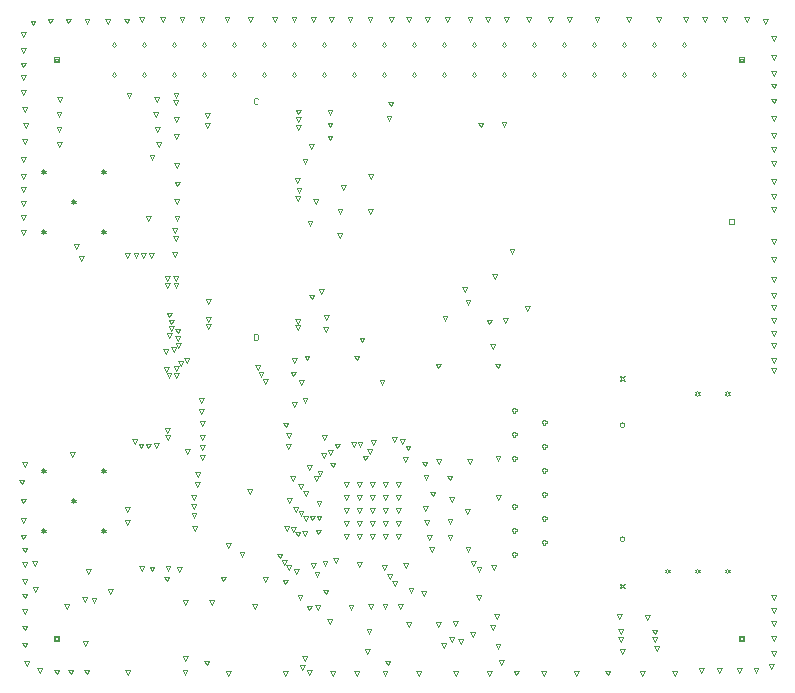
<source format=gbr>
G04*
G04 #@! TF.GenerationSoftware,Altium Limited,Altium Designer,24.1.2 (44)*
G04*
G04 Layer_Color=2752767*
%FSLAX25Y25*%
%MOIN*%
G70*
G04*
G04 #@! TF.SameCoordinates,59DD8EBB-DCD7-4209-94D2-A0ED0100978B*
G04*
G04*
G04 #@! TF.FilePolarity,Positive*
G04*
G01*
G75*
%ADD146C,0.00200*%
%ADD150C,0.00267*%
D146*
X4109Y-195297D02*
X4909Y-194497D01*
X5709Y-195297D01*
X4909Y-196097D01*
X4109Y-195297D01*
X14109D02*
X14909Y-194497D01*
X15709Y-195297D01*
X14909Y-196097D01*
X14109Y-195297D01*
X24109D02*
X24909Y-194497D01*
X25709Y-195297D01*
X24909Y-196097D01*
X24109Y-195297D01*
X34109D02*
X34909Y-194497D01*
X35709Y-195297D01*
X34909Y-196097D01*
X34109Y-195297D01*
X44109D02*
X44909Y-194497D01*
X45709Y-195297D01*
X44909Y-196097D01*
X44109Y-195297D01*
X54109D02*
X54909Y-194497D01*
X55709Y-195297D01*
X54909Y-196097D01*
X54109Y-195297D01*
X64109D02*
X64909Y-194497D01*
X65709Y-195297D01*
X64909Y-196097D01*
X64109Y-195297D01*
X74109D02*
X74909Y-194497D01*
X75709Y-195297D01*
X74909Y-196097D01*
X74109Y-195297D01*
X84109D02*
X84909Y-194497D01*
X85709Y-195297D01*
X84909Y-196097D01*
X84109Y-195297D01*
X94109D02*
X94909Y-194497D01*
X95709Y-195297D01*
X94909Y-196097D01*
X94109Y-195297D01*
X104109D02*
X104909Y-194497D01*
X105709Y-195297D01*
X104909Y-196097D01*
X104109Y-195297D01*
X114109D02*
X114909Y-194497D01*
X115709Y-195297D01*
X114909Y-196097D01*
X114109Y-195297D01*
X124109D02*
X124909Y-194497D01*
X125709Y-195297D01*
X124909Y-196097D01*
X124109Y-195297D01*
X134109D02*
X134909Y-194497D01*
X135709Y-195297D01*
X134909Y-196097D01*
X134109Y-195297D01*
X144109D02*
X144909Y-194497D01*
X145709Y-195297D01*
X144909Y-196097D01*
X144109Y-195297D01*
X154109D02*
X154909Y-194497D01*
X155709Y-195297D01*
X154909Y-196097D01*
X154109Y-195297D01*
X164109D02*
X164909Y-194497D01*
X165709Y-195297D01*
X164909Y-196097D01*
X164109Y-195297D01*
X174109D02*
X174909Y-194497D01*
X175709Y-195297D01*
X174909Y-196097D01*
X174109Y-195297D01*
X184109D02*
X184909Y-194497D01*
X185709Y-195297D01*
X184909Y-196097D01*
X184109Y-195297D01*
X194109D02*
X194909Y-194497D01*
X195709Y-195297D01*
X194909Y-196097D01*
X194109Y-195297D01*
X4109Y-185297D02*
X4909Y-184497D01*
X5709Y-185297D01*
X4909Y-186097D01*
X4109Y-185297D01*
X14109D02*
X14909Y-184497D01*
X15709Y-185297D01*
X14909Y-186097D01*
X14109Y-185297D01*
X24109D02*
X24909Y-184497D01*
X25709Y-185297D01*
X24909Y-186097D01*
X24109Y-185297D01*
X34109D02*
X34909Y-184497D01*
X35709Y-185297D01*
X34909Y-186097D01*
X34109Y-185297D01*
X44109D02*
X44909Y-184497D01*
X45709Y-185297D01*
X44909Y-186097D01*
X44109Y-185297D01*
X54109D02*
X54909Y-184497D01*
X55709Y-185297D01*
X54909Y-186097D01*
X54109Y-185297D01*
X64109D02*
X64909Y-184497D01*
X65709Y-185297D01*
X64909Y-186097D01*
X64109Y-185297D01*
X74109D02*
X74909Y-184497D01*
X75709Y-185297D01*
X74909Y-186097D01*
X74109Y-185297D01*
X84109D02*
X84909Y-184497D01*
X85709Y-185297D01*
X84909Y-186097D01*
X84109Y-185297D01*
X94109D02*
X94909Y-184497D01*
X95709Y-185297D01*
X94909Y-186097D01*
X94109Y-185297D01*
X104109D02*
X104909Y-184497D01*
X105709Y-185297D01*
X104909Y-186097D01*
X104109Y-185297D01*
X114109D02*
X114909Y-184497D01*
X115709Y-185297D01*
X114909Y-186097D01*
X114109Y-185297D01*
X124109D02*
X124909Y-184497D01*
X125709Y-185297D01*
X124909Y-186097D01*
X124109Y-185297D01*
X134109D02*
X134909Y-184497D01*
X135709Y-185297D01*
X134909Y-186097D01*
X134109Y-185297D01*
X144109D02*
X144909Y-184497D01*
X145709Y-185297D01*
X144909Y-186097D01*
X144109Y-185297D01*
X154109D02*
X154909Y-184497D01*
X155709Y-185297D01*
X154909Y-186097D01*
X154109Y-185297D01*
X164109D02*
X164909Y-184497D01*
X165709Y-185297D01*
X164909Y-186097D01*
X164109Y-185297D01*
X174109D02*
X174909Y-184497D01*
X175709Y-185297D01*
X174909Y-186097D01*
X174109Y-185297D01*
X184109D02*
X184909Y-184497D01*
X185709Y-185297D01*
X184909Y-186097D01*
X184109Y-185297D01*
X194109D02*
X194909Y-184497D01*
X195709Y-185297D01*
X194909Y-186097D01*
X194109Y-185297D01*
X137925Y-339442D02*
Y-339842D01*
X138725D01*
Y-339442D01*
X139125D01*
Y-338642D01*
X138725D01*
Y-338242D01*
X137925D01*
Y-338642D01*
X137525D01*
Y-339442D01*
X137925D01*
X147925Y-351442D02*
Y-351842D01*
X148725D01*
Y-351442D01*
X149125D01*
Y-350642D01*
X148725D01*
Y-350242D01*
X147925D01*
Y-350642D01*
X147525D01*
Y-351442D01*
X147925D01*
Y-343442D02*
Y-343842D01*
X148725D01*
Y-343442D01*
X149125D01*
Y-342642D01*
X148725D01*
Y-342242D01*
X147925D01*
Y-342642D01*
X147525D01*
Y-343442D01*
X147925D01*
Y-335442D02*
Y-335842D01*
X148725D01*
Y-335442D01*
X149125D01*
Y-334642D01*
X148725D01*
Y-334242D01*
X147925D01*
Y-334642D01*
X147525D01*
Y-335442D01*
X147925D01*
Y-327442D02*
Y-327842D01*
X148725D01*
Y-327442D01*
X149125D01*
Y-326642D01*
X148725D01*
Y-326242D01*
X147925D01*
Y-326642D01*
X147525D01*
Y-327442D01*
X147925D01*
Y-319442D02*
Y-319842D01*
X148725D01*
Y-319442D01*
X149125D01*
Y-318642D01*
X148725D01*
Y-318242D01*
X147925D01*
Y-318642D01*
X147525D01*
Y-319442D01*
X147925D01*
X137925Y-355442D02*
Y-355842D01*
X138725D01*
Y-355442D01*
X139125D01*
Y-354642D01*
X138725D01*
Y-354242D01*
X137925D01*
Y-354642D01*
X137525D01*
Y-355442D01*
X137925D01*
Y-347442D02*
Y-347842D01*
X138725D01*
Y-347442D01*
X139125D01*
Y-346642D01*
X138725D01*
Y-346242D01*
X137925D01*
Y-346642D01*
X137525D01*
Y-347442D01*
X137925D01*
Y-323442D02*
Y-323842D01*
X138725D01*
Y-323442D01*
X139125D01*
Y-322642D01*
X138725D01*
Y-322242D01*
X137925D01*
Y-322642D01*
X137525D01*
Y-323442D01*
X137925D01*
Y-315442D02*
Y-315842D01*
X138725D01*
Y-315442D01*
X139125D01*
Y-314642D01*
X138725D01*
Y-314242D01*
X137925D01*
Y-314642D01*
X137525D01*
Y-315442D01*
X137925D01*
X147925Y-311442D02*
Y-311842D01*
X148725D01*
Y-311442D01*
X149125D01*
Y-310642D01*
X148725D01*
Y-310242D01*
X147925D01*
Y-310642D01*
X147525D01*
Y-311442D01*
X147925D01*
X137925Y-307442D02*
Y-307842D01*
X138725D01*
Y-307442D01*
X139125D01*
Y-306642D01*
X138725D01*
Y-306242D01*
X137925D01*
Y-306642D01*
X137525D01*
Y-307442D01*
X137925D01*
X173525Y-297242D02*
X173925Y-296442D01*
X173525Y-295642D01*
X174325Y-296042D01*
X175125Y-295642D01*
X174725Y-296442D01*
X175125Y-297242D01*
X174325Y-296842D01*
X173525Y-297242D01*
Y-366442D02*
X173925Y-365642D01*
X173525Y-364842D01*
X174325Y-365242D01*
X175125Y-364842D01*
X174725Y-365642D01*
X175125Y-366442D01*
X174325Y-366042D01*
X173525Y-366442D01*
X209325Y-302242D02*
X209725Y-301842D01*
X210125D01*
X209725Y-301442D01*
X210125Y-301042D01*
X209725D01*
X209325Y-300642D01*
X208925Y-301042D01*
X208525D01*
X208925Y-301442D01*
X208525Y-301842D01*
X208925D01*
X209325Y-302242D01*
X199325D02*
X199725Y-301842D01*
X200125D01*
X199725Y-301442D01*
X200125Y-301042D01*
X199725D01*
X199325Y-300642D01*
X198925Y-301042D01*
X198525D01*
X198925Y-301442D01*
X198525Y-301842D01*
X198925D01*
X199325Y-302242D01*
Y-361442D02*
X199725Y-361042D01*
X200125D01*
X199725Y-360642D01*
X200125Y-360242D01*
X199725D01*
X199325Y-359842D01*
X198925Y-360242D01*
X198525D01*
X198925Y-360642D01*
X198525Y-361042D01*
X198925D01*
X199325Y-361442D01*
X209325D02*
X209725Y-361042D01*
X210125D01*
X209725Y-360642D01*
X210125Y-360242D01*
X209725D01*
X209325Y-359842D01*
X208925Y-360242D01*
X208525D01*
X208925Y-360642D01*
X208525Y-361042D01*
X208925D01*
X209325Y-361442D01*
X189325D02*
X189725Y-361042D01*
X190125D01*
X189725Y-360642D01*
X190125Y-360242D01*
X189725D01*
X189325Y-359842D01*
X188925Y-360242D01*
X188525D01*
X188925Y-360642D01*
X188525Y-361042D01*
X188925D01*
X189325Y-361442D01*
X1304Y-228421D02*
X1704Y-228021D01*
X2104D01*
X1704Y-227621D01*
X2104Y-227221D01*
X1704D01*
X1304Y-226821D01*
X904Y-227221D01*
X504D01*
X904Y-227621D01*
X504Y-228021D01*
X904D01*
X1304Y-228421D01*
Y-228021D02*
X1504Y-227821D01*
X1704D01*
X1504Y-227621D01*
X1704Y-227421D01*
X1504D01*
X1304Y-227221D01*
X1104Y-227421D01*
X904D01*
X1104Y-227621D01*
X904Y-227821D01*
X1104D01*
X1304Y-228021D01*
Y-248421D02*
X1704Y-248021D01*
X2104D01*
X1704Y-247621D01*
X2104Y-247221D01*
X1704D01*
X1304Y-246821D01*
X904Y-247221D01*
X504D01*
X904Y-247621D01*
X504Y-248021D01*
X904D01*
X1304Y-248421D01*
Y-248021D02*
X1504Y-247821D01*
X1704D01*
X1504Y-247621D01*
X1704Y-247421D01*
X1504D01*
X1304Y-247221D01*
X1104Y-247421D01*
X904D01*
X1104Y-247621D01*
X904Y-247821D01*
X1104D01*
X1304Y-248021D01*
X-18696Y-248421D02*
X-18296Y-248021D01*
X-17896D01*
X-18296Y-247621D01*
X-17896Y-247221D01*
X-18296D01*
X-18696Y-246821D01*
X-19096Y-247221D01*
X-19496D01*
X-19096Y-247621D01*
X-19496Y-248021D01*
X-19096D01*
X-18696Y-248421D01*
Y-248021D02*
X-18496Y-247821D01*
X-18296D01*
X-18496Y-247621D01*
X-18296Y-247421D01*
X-18496D01*
X-18696Y-247221D01*
X-18896Y-247421D01*
X-19096D01*
X-18896Y-247621D01*
X-19096Y-247821D01*
X-18896D01*
X-18696Y-248021D01*
Y-228421D02*
X-18296Y-228021D01*
X-17896D01*
X-18296Y-227621D01*
X-17896Y-227221D01*
X-18296D01*
X-18696Y-226821D01*
X-19096Y-227221D01*
X-19496D01*
X-19096Y-227621D01*
X-19496Y-228021D01*
X-19096D01*
X-18696Y-228421D01*
Y-228021D02*
X-18496Y-227821D01*
X-18296D01*
X-18496Y-227621D01*
X-18296Y-227421D01*
X-18496D01*
X-18696Y-227221D01*
X-18896Y-227421D01*
X-19096D01*
X-18896Y-227621D01*
X-19096Y-227821D01*
X-18896D01*
X-18696Y-228021D01*
X-8696Y-238421D02*
X-8296Y-238021D01*
X-7896D01*
X-8296Y-237621D01*
X-7896Y-237221D01*
X-8296D01*
X-8696Y-236821D01*
X-9096Y-237221D01*
X-9496D01*
X-9096Y-237621D01*
X-9496Y-238021D01*
X-9096D01*
X-8696Y-238421D01*
Y-238021D02*
X-8496Y-237821D01*
X-8296D01*
X-8496Y-237621D01*
X-8296Y-237421D01*
X-8496D01*
X-8696Y-237221D01*
X-8896Y-237421D01*
X-9096D01*
X-8896Y-237621D01*
X-9096Y-237821D01*
X-8896D01*
X-8696Y-238021D01*
X1304Y-328089D02*
X1704Y-327689D01*
X2104D01*
X1704Y-327289D01*
X2104Y-326889D01*
X1704D01*
X1304Y-326489D01*
X904Y-326889D01*
X504D01*
X904Y-327289D01*
X504Y-327689D01*
X904D01*
X1304Y-328089D01*
Y-327689D02*
X1504Y-327489D01*
X1704D01*
X1504Y-327289D01*
X1704Y-327089D01*
X1504D01*
X1304Y-326889D01*
X1104Y-327089D01*
X904D01*
X1104Y-327289D01*
X904Y-327489D01*
X1104D01*
X1304Y-327689D01*
Y-348089D02*
X1704Y-347689D01*
X2104D01*
X1704Y-347289D01*
X2104Y-346889D01*
X1704D01*
X1304Y-346489D01*
X904Y-346889D01*
X504D01*
X904Y-347289D01*
X504Y-347689D01*
X904D01*
X1304Y-348089D01*
Y-347689D02*
X1504Y-347489D01*
X1704D01*
X1504Y-347289D01*
X1704Y-347089D01*
X1504D01*
X1304Y-346889D01*
X1104Y-347089D01*
X904D01*
X1104Y-347289D01*
X904Y-347489D01*
X1104D01*
X1304Y-347689D01*
X-18696Y-348089D02*
X-18296Y-347689D01*
X-17896D01*
X-18296Y-347289D01*
X-17896Y-346889D01*
X-18296D01*
X-18696Y-346489D01*
X-19096Y-346889D01*
X-19496D01*
X-19096Y-347289D01*
X-19496Y-347689D01*
X-19096D01*
X-18696Y-348089D01*
Y-347689D02*
X-18496Y-347489D01*
X-18296D01*
X-18496Y-347289D01*
X-18296Y-347089D01*
X-18496D01*
X-18696Y-346889D01*
X-18896Y-347089D01*
X-19096D01*
X-18896Y-347289D01*
X-19096Y-347489D01*
X-18896D01*
X-18696Y-347689D01*
Y-328089D02*
X-18296Y-327689D01*
X-17896D01*
X-18296Y-327289D01*
X-17896Y-326889D01*
X-18296D01*
X-18696Y-326489D01*
X-19096Y-326889D01*
X-19496D01*
X-19096Y-327289D01*
X-19496Y-327689D01*
X-19096D01*
X-18696Y-328089D01*
Y-327689D02*
X-18496Y-327489D01*
X-18296D01*
X-18496Y-327289D01*
X-18296Y-327089D01*
X-18496D01*
X-18696Y-326889D01*
X-18896Y-327089D01*
X-19096D01*
X-18896Y-327289D01*
X-19096Y-327489D01*
X-18896D01*
X-18696Y-327689D01*
X-8696Y-338089D02*
X-8296Y-337689D01*
X-7896D01*
X-8296Y-337289D01*
X-7896Y-336889D01*
X-8296D01*
X-8696Y-336489D01*
X-9096Y-336889D01*
X-9496D01*
X-9096Y-337289D01*
X-9496Y-337689D01*
X-9096D01*
X-8696Y-338089D01*
Y-337689D02*
X-8496Y-337489D01*
X-8296D01*
X-8496Y-337289D01*
X-8296Y-337089D01*
X-8496D01*
X-8696Y-336889D01*
X-8896Y-337089D01*
X-9096D01*
X-8896Y-337289D01*
X-9096Y-337489D01*
X-8896D01*
X-8696Y-337689D01*
X213283Y-191097D02*
Y-189497D01*
X214883D01*
Y-191097D01*
X213283D01*
X213683Y-190697D02*
Y-189897D01*
X214483D01*
Y-190697D01*
X213683D01*
X-15064Y-191097D02*
Y-189497D01*
X-13464D01*
Y-191097D01*
X-15064D01*
X-14664Y-190697D02*
Y-189897D01*
X-13864D01*
Y-190697D01*
X-14664D01*
X213283Y-384010D02*
Y-382410D01*
X214883D01*
Y-384010D01*
X213283D01*
X213683Y-383610D02*
Y-382810D01*
X214483D01*
Y-383610D01*
X213683D01*
X-15064Y-384010D02*
Y-382410D01*
X-13464D01*
Y-384010D01*
X-15064D01*
X-14664Y-383610D02*
Y-382810D01*
X-13864D01*
Y-383610D01*
X-14664D01*
X210047Y-245064D02*
Y-243464D01*
X211647D01*
Y-245064D01*
X210047D01*
X53026Y-203227D02*
X52693Y-202894D01*
X52027D01*
X51694Y-203227D01*
Y-204560D01*
X52027Y-204893D01*
X52693D01*
X53026Y-204560D01*
X51694Y-281634D02*
Y-283634D01*
X52693D01*
X53026Y-283300D01*
Y-281967D01*
X52693Y-281634D01*
X51694D01*
X103166Y-379281D02*
X102366Y-377681D01*
X103966D01*
X103166Y-379281D01*
X-1752Y-371184D02*
X-2552Y-369584D01*
X-952D01*
X-1752Y-371184D01*
X22439Y-364140D02*
X21639Y-362540D01*
X23239D01*
X22439Y-364140D01*
X3688Y-368240D02*
X2888Y-366640D01*
X4488D01*
X3688Y-368240D01*
X41349Y-364140D02*
X40549Y-362540D01*
X42149D01*
X41349Y-364140D01*
X28605Y-372102D02*
X27805Y-370502D01*
X29405D01*
X28605Y-372102D01*
X37451D02*
X36651Y-370502D01*
X38251D01*
X37451Y-372102D01*
X-4898Y-371027D02*
X-5698Y-369427D01*
X-4098D01*
X-4898Y-371027D01*
X66917Y-370393D02*
X66117Y-368793D01*
X67717D01*
X66917Y-370393D01*
X76854Y-378273D02*
X76054Y-376673D01*
X77654D01*
X76854Y-378273D01*
X61942Y-395738D02*
X61142Y-394138D01*
X62742D01*
X61942Y-395738D01*
X-4661Y-385754D02*
X-5461Y-384154D01*
X-3861D01*
X-4661Y-385754D01*
X-10935Y-373272D02*
X-11735Y-371672D01*
X-10135D01*
X-10935Y-373272D01*
X28543Y-395349D02*
X27743Y-393749D01*
X29343D01*
X28543Y-395349D01*
X35845Y-392113D02*
X35045Y-390513D01*
X36645D01*
X35845Y-392113D01*
X67705Y-393621D02*
X66905Y-392021D01*
X68505D01*
X67705Y-393621D01*
X69969Y-395390D02*
X69169Y-393790D01*
X70770D01*
X69969Y-395390D01*
X51764Y-373327D02*
X50964Y-371727D01*
X52564D01*
X51764Y-373327D01*
X62054Y-365134D02*
X61254Y-363534D01*
X62854D01*
X62054Y-365134D01*
X70010Y-373806D02*
X69210Y-372206D01*
X70810D01*
X70010Y-373806D01*
X72823Y-373606D02*
X72023Y-372006D01*
X73623D01*
X72823Y-373606D01*
X117423Y-384347D02*
X116623Y-382747D01*
X118223D01*
X117423Y-384347D01*
X114776Y-386251D02*
X113976Y-384651D01*
X115576D01*
X114776Y-386251D01*
X90405Y-373350D02*
X89605Y-371750D01*
X91205D01*
X90405Y-373350D01*
X100324D02*
X99524Y-371750D01*
X101124D01*
X100324Y-373350D01*
X89879Y-381574D02*
X89079Y-379974D01*
X90679D01*
X89879Y-381574D01*
X120426Y-384863D02*
X119626Y-383263D01*
X121226D01*
X120426Y-384863D01*
X118684Y-378994D02*
X117884Y-377394D01*
X119484D01*
X118684Y-378994D01*
X89316Y-388176D02*
X88516Y-386576D01*
X90116D01*
X89316Y-388176D01*
X96168Y-392113D02*
X95368Y-390513D01*
X96968D01*
X96168Y-392113D01*
X134036Y-392017D02*
X133236Y-390417D01*
X134836D01*
X134036Y-392017D01*
X124718Y-358915D02*
X123918Y-357315D01*
X125518D01*
X124718Y-358915D01*
X126558Y-361017D02*
X125758Y-359417D01*
X127358D01*
X126558Y-361017D01*
X126396Y-370264D02*
X125596Y-368664D01*
X127196D01*
X126396Y-370264D01*
X131398Y-360303D02*
X130598Y-358703D01*
X132198D01*
X131398Y-360303D01*
X95211Y-373350D02*
X94411Y-371750D01*
X96012D01*
X95211Y-373350D01*
X83904Y-373668D02*
X83104Y-372068D01*
X84704D01*
X83904Y-373668D01*
X108091Y-368950D02*
X107291Y-367350D01*
X108891D01*
X108091Y-368950D01*
X132440Y-376510D02*
X131640Y-374910D01*
X133240D01*
X132440Y-376510D01*
X113039Y-379380D02*
X112239Y-377780D01*
X113839D01*
X113039Y-379380D01*
X98503Y-365622D02*
X97703Y-364022D01*
X99303D01*
X98503Y-365622D01*
X103887Y-367899D02*
X103087Y-366299D01*
X104687D01*
X103887Y-367899D01*
X224741Y-378895D02*
X223941Y-377295D01*
X225541D01*
X224741Y-378895D01*
Y-374595D02*
X223941Y-372995D01*
X225541D01*
X224741Y-374595D01*
Y-370387D02*
X223941Y-368787D01*
X225541D01*
X224741Y-370387D01*
Y-294733D02*
X223941Y-293133D01*
X225541D01*
X224741Y-294733D01*
Y-291305D02*
X223941Y-289705D01*
X225541D01*
X224741Y-291305D01*
Y-282433D02*
X223941Y-280833D01*
X225541D01*
X224741Y-282433D01*
Y-277938D02*
X223941Y-276338D01*
X225541D01*
X224741Y-277938D01*
Y-269707D02*
X223941Y-268107D01*
X225541D01*
X224741Y-269707D01*
Y-286233D02*
X223941Y-284633D01*
X225541D01*
X224741Y-286233D01*
Y-195629D02*
X223941Y-194029D01*
X225541D01*
X224741Y-195629D01*
Y-273682D02*
X223941Y-272082D01*
X225541D01*
X224741Y-273682D01*
Y-264186D02*
X223941Y-262586D01*
X225541D01*
X224741Y-264186D01*
Y-257753D02*
X223941Y-256153D01*
X225541D01*
X224741Y-257753D01*
Y-251696D02*
X223941Y-250096D01*
X225541D01*
X224741Y-251696D01*
Y-240957D02*
X223941Y-239357D01*
X225541D01*
X224741Y-240957D01*
Y-236562D02*
X223941Y-234962D01*
X225541D01*
X224741Y-236562D01*
Y-231650D02*
X223941Y-230050D01*
X225541D01*
X224741Y-231650D01*
Y-225764D02*
X223941Y-224164D01*
X225541D01*
X224741Y-225764D01*
Y-220906D02*
X223941Y-219306D01*
X225541D01*
X224741Y-220906D01*
Y-216307D02*
X223941Y-214707D01*
X225541D01*
X224741Y-216307D01*
Y-210615D02*
X223941Y-209015D01*
X225541D01*
X224741Y-210615D01*
Y-204808D02*
X223941Y-203208D01*
X225541D01*
X224741Y-204808D01*
Y-199816D02*
X223941Y-198216D01*
X225541D01*
X224741Y-199816D01*
X135663Y-177636D02*
X134863Y-176036D01*
X136463D01*
X135663Y-177636D01*
X14099Y-177632D02*
X13299Y-176032D01*
X14899D01*
X14099Y-177632D01*
X129486D02*
X128686Y-176032D01*
X130286D01*
X129486Y-177632D01*
X123529D02*
X122729Y-176032D01*
X124328D01*
X123529Y-177632D01*
X115959D02*
X115159Y-176032D01*
X116759D01*
X115959Y-177632D01*
X109381D02*
X108581Y-176032D01*
X110181D01*
X109381Y-177632D01*
X103129D02*
X102329Y-176032D01*
X103928D01*
X103129Y-177632D01*
X97291D02*
X96491Y-176032D01*
X98091D01*
X97291Y-177632D01*
X90198D02*
X89398Y-176032D01*
X90998D01*
X90198Y-177632D01*
X83584D02*
X82784Y-176032D01*
X84384D01*
X83584Y-177632D01*
X77370D02*
X76570Y-176032D01*
X78170D01*
X77370Y-177632D01*
X71318D02*
X70518Y-176032D01*
X72118D01*
X71318Y-177632D01*
X64872D02*
X64073Y-176032D01*
X65672D01*
X64872Y-177632D01*
X58460D02*
X57661Y-176032D01*
X59260D01*
X58460Y-177632D01*
X50344D02*
X49544Y-176032D01*
X51144D01*
X50344Y-177632D01*
X42545D02*
X41745Y-176032D01*
X43345D01*
X42545Y-177632D01*
X34220D02*
X33420Y-176032D01*
X35020D01*
X34220Y-177632D01*
X27529D02*
X26729Y-176032D01*
X28329D01*
X27529Y-177632D01*
X21072D02*
X20272Y-176032D01*
X21872D01*
X21072Y-177632D01*
X9159Y-178152D02*
X8359Y-176552D01*
X9959D01*
X9159Y-178152D01*
X2752Y-178282D02*
X1952Y-176682D01*
X3552D01*
X2752Y-178282D01*
X224741Y-190345D02*
X223941Y-188745D01*
X225541D01*
X224741Y-190345D01*
X221957Y-178286D02*
X221157Y-176686D01*
X222757D01*
X221957Y-178286D01*
X224741Y-183939D02*
X223941Y-182339D01*
X225541D01*
X224741Y-183939D01*
X215748Y-177636D02*
X214948Y-176036D01*
X216548D01*
X215748Y-177636D01*
X208515D02*
X207715Y-176036D01*
X209315D01*
X208515Y-177636D01*
X201800D02*
X201000Y-176036D01*
X202600D01*
X201800Y-177636D01*
X195461D02*
X194661Y-176036D01*
X196261D01*
X195461Y-177636D01*
X186436D02*
X185636Y-176036D01*
X187236D01*
X186436Y-177636D01*
X176427D02*
X175627Y-176036D01*
X177227D01*
X176427Y-177636D01*
X165898D02*
X165098Y-176036D01*
X166698D01*
X165898Y-177636D01*
X156656Y-177632D02*
X155856Y-176032D01*
X157456D01*
X156656Y-177632D01*
X150362Y-177636D02*
X149562Y-176036D01*
X151162D01*
X150362Y-177636D01*
X143177Y-177632D02*
X142377Y-176032D01*
X143977D01*
X143177Y-177632D01*
X-16385Y-178152D02*
X-17185Y-176552D01*
X-15585D01*
X-16385Y-178152D01*
X-25294Y-188008D02*
X-26094Y-186408D01*
X-24494D01*
X-25294Y-188008D01*
X-4076Y-178282D02*
X-4876Y-176682D01*
X-3276D01*
X-4076Y-178282D01*
X-10375Y-178152D02*
X-11175Y-176552D01*
X-9575D01*
X-10375Y-178152D01*
X-22138Y-178787D02*
X-22938Y-177187D01*
X-21338D01*
X-22138Y-178787D01*
X-25294Y-182622D02*
X-26094Y-181022D01*
X-24494D01*
X-25294Y-182622D01*
Y-192788D02*
X-26094Y-191188D01*
X-24494D01*
X-25294Y-192788D01*
Y-197097D02*
X-26094Y-195497D01*
X-24494D01*
X-25294Y-197097D01*
Y-202044D02*
X-26094Y-200444D01*
X-24494D01*
X-25294Y-202044D01*
X-24916Y-207647D02*
X-25716Y-206047D01*
X-24116D01*
X-24916Y-207647D01*
Y-218419D02*
X-25716Y-216819D01*
X-24116D01*
X-24916Y-218419D01*
X-25294Y-224394D02*
X-26094Y-222794D01*
X-24494D01*
X-25294Y-224394D01*
Y-229984D02*
X-26094Y-228384D01*
X-24494D01*
X-25294Y-229984D01*
X-25294Y-338141D02*
X-26094Y-336541D01*
X-24494D01*
X-25294Y-338141D01*
Y-344522D02*
X-26094Y-342922D01*
X-24494D01*
X-25294Y-344522D01*
Y-350129D02*
X-26094Y-348529D01*
X-24494D01*
X-25294Y-350129D01*
X-25893Y-331831D02*
X-26693Y-330231D01*
X-25093D01*
X-25893Y-331831D01*
X-25294Y-234385D02*
X-26094Y-232785D01*
X-24494D01*
X-25294Y-234385D01*
Y-238910D02*
X-26094Y-237310D01*
X-24494D01*
X-25294Y-238910D01*
Y-243686D02*
X-26094Y-242086D01*
X-24494D01*
X-25294Y-243686D01*
Y-248753D02*
X-26094Y-247153D01*
X-24494D01*
X-25294Y-248753D01*
X-21281Y-367710D02*
X-22081Y-366110D01*
X-20481D01*
X-21281Y-367710D01*
X-3720Y-361538D02*
X-4520Y-359938D01*
X-2920D01*
X-3720Y-361538D01*
X-24590Y-212977D02*
X-25390Y-211377D01*
X-23790D01*
X-24590Y-212977D01*
X-24916Y-325922D02*
X-25716Y-324322D01*
X-24116D01*
X-24916Y-325922D01*
Y-354490D02*
X-25716Y-352890D01*
X-24116D01*
X-24916Y-354490D01*
Y-359259D02*
X-25716Y-357659D01*
X-24116D01*
X-24916Y-359259D01*
Y-364933D02*
X-25716Y-363333D01*
X-24116D01*
X-24916Y-364933D01*
Y-369815D02*
X-25716Y-368215D01*
X-24116D01*
X-24916Y-369815D01*
Y-375073D02*
X-25716Y-373473D01*
X-24116D01*
X-24916Y-375073D01*
X-7714Y-253293D02*
X-8514Y-251693D01*
X-6914D01*
X-7714Y-253293D01*
X-5946Y-257268D02*
X-6746Y-255668D01*
X-5146D01*
X-5946Y-257268D01*
X-8955Y-322636D02*
X-9755Y-321036D01*
X-8155D01*
X-8955Y-322636D01*
X-21550Y-359019D02*
X-22350Y-357419D01*
X-20750D01*
X-21550Y-359019D01*
X-13405Y-219324D02*
X-14205Y-217724D01*
X-12605D01*
X-13405Y-219324D01*
X-13413Y-214324D02*
X-14213Y-212724D01*
X-12613D01*
X-13413Y-214324D01*
Y-209324D02*
X-14213Y-207724D01*
X-12613D01*
X-13413Y-209324D01*
X-13266Y-204324D02*
X-14066Y-202724D01*
X-12466D01*
X-13266Y-204324D01*
X191858Y-395615D02*
X191058Y-394015D01*
X192658D01*
X191858Y-395615D01*
X181042Y-395527D02*
X180242Y-393927D01*
X181842D01*
X181042Y-395527D01*
X169477Y-395483D02*
X168677Y-393883D01*
X170278D01*
X169477Y-395483D01*
X159057Y-395527D02*
X158257Y-393927D01*
X159857D01*
X159057Y-395527D01*
X148108Y-395615D02*
X147308Y-394015D01*
X148908D01*
X148108Y-395615D01*
X139051Y-395483D02*
X138251Y-393883D01*
X139851D01*
X139051Y-395483D01*
X130037Y-395738D02*
X129237Y-394138D01*
X130837D01*
X130037Y-395738D01*
X118807D02*
X118007Y-394138D01*
X119607D01*
X118807Y-395738D01*
X200657Y-394717D02*
X199857Y-393117D01*
X201457D01*
X200657Y-394717D01*
X206623D02*
X205822Y-393117D01*
X207422D01*
X206623Y-394717D01*
X106510Y-395738D02*
X105710Y-394138D01*
X107310D01*
X106510Y-395738D01*
X213345Y-394717D02*
X212544Y-393117D01*
X214144D01*
X213345Y-394717D01*
X218898D02*
X218098Y-393117D01*
X219698D01*
X218898Y-394717D01*
X223985Y-393425D02*
X223185Y-391825D01*
X224785D01*
X223985Y-393425D01*
X224741Y-389089D02*
X223941Y-387489D01*
X225541D01*
X224741Y-389089D01*
X224735Y-384010D02*
X223935Y-382410D01*
X225535D01*
X224735Y-384010D01*
X95209Y-395738D02*
X94409Y-394138D01*
X96009D01*
X95209Y-395738D01*
X85738D02*
X84939Y-394138D01*
X86538D01*
X85738Y-395738D01*
X77814D02*
X77014Y-394138D01*
X78614D01*
X77814Y-395738D01*
X-9529Y-395154D02*
X-10329Y-393554D01*
X-8730D01*
X-9529Y-395154D01*
X-4221D02*
X-5021Y-393554D01*
X-3421D01*
X-4221Y-395154D01*
X9509Y-395337D02*
X8709Y-393737D01*
X10309D01*
X9509Y-395337D01*
X43048Y-395738D02*
X42248Y-394138D01*
X43848D01*
X43048Y-395738D01*
X28697Y-390514D02*
X27897Y-388914D01*
X29497D01*
X28697Y-390514D01*
X185782Y-387192D02*
X184982Y-385592D01*
X186582D01*
X185782Y-387192D01*
X173777Y-384200D02*
X172977Y-382600D01*
X174577D01*
X173777Y-384200D01*
X174361Y-388352D02*
X173561Y-386753D01*
X175161D01*
X174361Y-388352D01*
X185074Y-381786D02*
X184274Y-380186D01*
X185874D01*
X185074Y-381786D01*
X173777Y-381510D02*
X172977Y-379910D01*
X174577D01*
X173777Y-381510D01*
X185102Y-384239D02*
X184302Y-382639D01*
X185902D01*
X185102Y-384239D01*
X131139Y-380195D02*
X130339Y-378595D01*
X131939D01*
X131139Y-380195D01*
X124459Y-382575D02*
X123659Y-380975D01*
X125259D01*
X124459Y-382575D01*
X132918Y-386510D02*
X132118Y-384910D01*
X133718D01*
X132918Y-386510D01*
X68432Y-390676D02*
X67632Y-389076D01*
X69232D01*
X68432Y-390676D01*
X-24916Y-380461D02*
X-25716Y-378861D01*
X-24116D01*
X-24916Y-380461D01*
X-24166Y-392290D02*
X-24966Y-390690D01*
X-23366D01*
X-24166Y-392290D01*
X-19832Y-394717D02*
X-20632Y-393117D01*
X-19032D01*
X-19832Y-394717D01*
X-14264Y-395154D02*
X-15064Y-393554D01*
X-13464D01*
X-14264Y-395154D01*
X-24916Y-386154D02*
X-25716Y-384554D01*
X-24116D01*
X-24916Y-386154D01*
X121828Y-267568D02*
X121028Y-265968D01*
X122628D01*
X121828Y-267568D01*
X94199Y-298739D02*
X93399Y-297139D01*
X94999D01*
X94199Y-298739D01*
X122907Y-272032D02*
X122107Y-270432D01*
X123707D01*
X122907Y-272032D01*
X115194Y-277252D02*
X114394Y-275652D01*
X115994D01*
X115194Y-277252D01*
X65956Y-231284D02*
X65156Y-229684D01*
X66756D01*
X65956Y-231284D01*
X66587Y-234625D02*
X65787Y-233025D01*
X67387D01*
X66587Y-234625D01*
X66172Y-237190D02*
X65373Y-235590D01*
X66973D01*
X66172Y-237190D01*
X70727Y-270138D02*
X69927Y-268538D01*
X71527D01*
X70727Y-270138D01*
X73999Y-268304D02*
X73199Y-266704D01*
X74799D01*
X73999Y-268304D01*
X17578Y-223728D02*
X16778Y-222128D01*
X18378D01*
X17578Y-223728D01*
X55362Y-364217D02*
X54562Y-362617D01*
X56162D01*
X55362Y-364217D01*
X73060Y-348483D02*
X72260Y-346883D01*
X73860D01*
X73060Y-348483D01*
X81275Y-233646D02*
X80475Y-232046D01*
X82075D01*
X81275Y-233646D01*
X142721Y-274104D02*
X141921Y-272504D01*
X143521D01*
X142721Y-274104D01*
X137559Y-254906D02*
X136759Y-253306D01*
X138359D01*
X137559Y-254906D01*
X79328Y-319799D02*
X78528Y-318199D01*
X80128D01*
X79328Y-319799D01*
X77017Y-321973D02*
X76217Y-320373D01*
X77817D01*
X77017Y-321973D01*
X87572Y-284449D02*
X86772Y-282849D01*
X88372D01*
X87572Y-284449D01*
X52845Y-293692D02*
X52045Y-292092D01*
X53645D01*
X52845Y-293692D01*
X64699Y-295813D02*
X63899Y-294213D01*
X65499D01*
X64699Y-295813D01*
X68807Y-343855D02*
X68007Y-342255D01*
X69607D01*
X68807Y-343855D01*
X67255Y-342437D02*
X66454Y-340837D01*
X68054D01*
X67255Y-342437D01*
X55362Y-298422D02*
X54562Y-296822D01*
X56162D01*
X55362Y-298422D01*
X53901Y-295899D02*
X53101Y-294299D01*
X54701D01*
X53901Y-295899D01*
X85760Y-290487D02*
X84960Y-288886D01*
X86560D01*
X85760Y-290487D01*
X96749Y-363206D02*
X95949Y-361606D01*
X97549D01*
X96749Y-363206D01*
X95019Y-360303D02*
X94219Y-358703D01*
X95819D01*
X95019Y-360303D01*
X110823Y-354187D02*
X110023Y-352587D01*
X111623D01*
X110823Y-354187D01*
X111185Y-335812D02*
X110385Y-334212D01*
X111985D01*
X111185Y-335812D01*
X113088Y-325086D02*
X112288Y-323486D01*
X113888D01*
X113088Y-325086D01*
X108872Y-330360D02*
X108072Y-328760D01*
X109672D01*
X108872Y-330360D01*
X101956Y-324300D02*
X101156Y-322700D01*
X102756D01*
X101956Y-324300D01*
X116916Y-350190D02*
X116116Y-348590D01*
X117716D01*
X116916Y-350190D01*
Y-345035D02*
X116116Y-343435D01*
X117716D01*
X116916Y-345035D01*
X117406Y-337592D02*
X116606Y-335992D01*
X118206D01*
X117406Y-337592D01*
X116739Y-330471D02*
X115939Y-328871D01*
X117539D01*
X116739Y-330471D01*
X90117Y-321575D02*
X89317Y-319975D01*
X90917D01*
X90117Y-321575D01*
X86904Y-319366D02*
X86104Y-317766D01*
X87704D01*
X86904Y-319366D01*
X84812Y-319178D02*
X84013Y-317578D01*
X85612D01*
X84812Y-319178D01*
X131805Y-263371D02*
X131005Y-261771D01*
X132605D01*
X131805Y-263371D01*
X129986Y-278494D02*
X129186Y-276894D01*
X130786D01*
X129986Y-278494D01*
X135306Y-277938D02*
X134506Y-276338D01*
X136106D01*
X135306Y-277938D01*
X27106Y-292435D02*
X26306Y-290835D01*
X27906D01*
X27106Y-292435D01*
X25622Y-293920D02*
X24822Y-292320D01*
X26421D01*
X25622Y-293920D01*
X23238Y-296237D02*
X22438Y-294637D01*
X24038D01*
X23238Y-296237D01*
X90515Y-229906D02*
X89715Y-228306D01*
X91315D01*
X90515Y-229906D01*
X131139Y-286599D02*
X130339Y-284999D01*
X131939D01*
X131139Y-286599D01*
X50064Y-334875D02*
X49264Y-333275D01*
X50864D01*
X50064Y-334875D01*
X64699Y-347639D02*
X63899Y-346039D01*
X65499D01*
X64699Y-347639D01*
X66184Y-349124D02*
X65384Y-347524D01*
X66984D01*
X66184Y-349124D01*
X47583Y-355899D02*
X46783Y-354299D01*
X48383D01*
X47583Y-355899D01*
X22747Y-317044D02*
X21947Y-315444D01*
X23547D01*
X22747Y-317044D01*
X22662Y-314535D02*
X21862Y-312935D01*
X23462D01*
X22662Y-314535D01*
X61655Y-358766D02*
X60855Y-357166D01*
X62454D01*
X61655Y-358766D01*
X63139Y-360251D02*
X62339Y-358651D01*
X63939D01*
X63139Y-360251D01*
X64986Y-291374D02*
X64186Y-289774D01*
X65786D01*
X64986Y-291374D01*
X67065Y-333225D02*
X66265Y-331625D01*
X67865D01*
X67065Y-333225D01*
X73563Y-328995D02*
X72763Y-327395D01*
X74363D01*
X73563Y-328995D01*
X72340Y-330702D02*
X71540Y-329102D01*
X73140D01*
X72340Y-330702D01*
X31574Y-343077D02*
X30774Y-341477D01*
X32374D01*
X31574Y-343077D01*
X71318Y-359518D02*
X70518Y-357917D01*
X72118D01*
X71318Y-359518D01*
X63350Y-337863D02*
X62550Y-336263D01*
X64150D01*
X63350Y-337863D01*
X134909Y-212542D02*
X134109Y-210942D01*
X135709D01*
X134909Y-212542D01*
X127066Y-212812D02*
X126266Y-211212D01*
X127866D01*
X127066Y-212812D01*
X25167Y-255890D02*
X24367Y-254290D01*
X25967D01*
X25167Y-255890D01*
X25416Y-250575D02*
X24616Y-248975D01*
X26216D01*
X25416Y-250575D01*
X25906Y-244079D02*
X25106Y-242479D01*
X26706D01*
X25906Y-244079D01*
X25842Y-238421D02*
X25042Y-236821D01*
X26642D01*
X25842Y-238421D01*
X25944Y-232456D02*
X25144Y-230856D01*
X26744D01*
X25944Y-232456D01*
X25842Y-226363D02*
X25042Y-224763D01*
X26642D01*
X25842Y-226363D01*
X25622Y-211009D02*
X24822Y-209408D01*
X26421D01*
X25622Y-211009D01*
X35943Y-213044D02*
X35143Y-211444D01*
X36743D01*
X35943Y-213044D01*
Y-209630D02*
X35143Y-208030D01*
X36743D01*
X35943Y-209630D01*
X25465Y-205228D02*
X24665Y-203628D01*
X26265D01*
X25465Y-205228D01*
X25528Y-203028D02*
X24728Y-201428D01*
X26328D01*
X25528Y-203028D01*
X9886D02*
X9086Y-201428D01*
X10686D01*
X9886Y-203028D01*
X80255Y-241717D02*
X79455Y-240117D01*
X81055D01*
X80255Y-241717D01*
X72183Y-238174D02*
X71383Y-236574D01*
X72983D01*
X72183Y-238174D01*
X90376Y-241717D02*
X89576Y-240117D01*
X91176D01*
X90376Y-241717D01*
X80076Y-249591D02*
X79276Y-247991D01*
X80876D01*
X80076Y-249591D01*
X68568Y-224927D02*
X67768Y-223327D01*
X69368D01*
X68568Y-224927D01*
X96554Y-210672D02*
X95754Y-209072D01*
X97355D01*
X96554Y-210672D01*
X97067Y-205816D02*
X96267Y-204216D01*
X97867D01*
X97067Y-205816D01*
X70214Y-245654D02*
X69415Y-244054D01*
X71014D01*
X70214Y-245654D01*
X70677Y-219841D02*
X69877Y-218241D01*
X71477D01*
X70677Y-219841D01*
X122907Y-354324D02*
X122107Y-352724D01*
X123707D01*
X122907Y-354324D01*
X64474Y-330598D02*
X63674Y-328998D01*
X65274D01*
X64474Y-330598D01*
X62976Y-320094D02*
X62176Y-318494D01*
X63776D01*
X62976Y-320094D01*
X63139Y-316229D02*
X62339Y-314629D01*
X63939D01*
X63139Y-316229D01*
X62062Y-312775D02*
X61262Y-311175D01*
X62862D01*
X62062Y-312775D01*
X42976Y-352865D02*
X42176Y-351265D01*
X43776D01*
X42976Y-352865D01*
X31736Y-347297D02*
X30936Y-345697D01*
X32536D01*
X31736Y-347297D01*
X9299Y-340922D02*
X8499Y-339322D01*
X10099D01*
X9299Y-340922D01*
Y-345371D02*
X8499Y-343771D01*
X10099D01*
X9299Y-345371D01*
X31481Y-340074D02*
X30681Y-338474D01*
X32281D01*
X31481Y-340074D01*
Y-337010D02*
X30681Y-335410D01*
X32281D01*
X31481Y-337010D01*
X16285Y-244079D02*
X15485Y-242479D01*
X17085D01*
X16285Y-244079D01*
X75469Y-281085D02*
X74669Y-279485D01*
X76269D01*
X75469Y-281085D01*
X75678Y-276952D02*
X74878Y-275352D01*
X76478D01*
X75678Y-276952D01*
X66172Y-280329D02*
X65373Y-278729D01*
X66973D01*
X66172Y-280329D01*
Y-278173D02*
X65373Y-276573D01*
X66973D01*
X66172Y-278173D01*
X113039Y-293108D02*
X112239Y-291508D01*
X113839D01*
X113039Y-293108D01*
X132808D02*
X132008Y-291508D01*
X133608D01*
X132808Y-293108D01*
X182677Y-376868D02*
X181878Y-375268D01*
X183477D01*
X182677Y-376868D01*
X173336Y-376510D02*
X172536Y-374910D01*
X174135D01*
X173336Y-376510D01*
X19162Y-204324D02*
X18362Y-202724D01*
X19962D01*
X19162Y-204324D01*
X18798Y-209324D02*
X17998Y-207724D01*
X19598D01*
X18798Y-209324D01*
X19308Y-214324D02*
X18508Y-212724D01*
X20108D01*
X19308Y-214324D01*
X19772Y-219324D02*
X18972Y-217724D01*
X20572D01*
X19772Y-219324D01*
X26641Y-361056D02*
X25841Y-359456D01*
X27441D01*
X26641Y-361056D01*
X22864Y-360758D02*
X22064Y-359158D01*
X23664D01*
X22864Y-360758D01*
X17578Y-360817D02*
X16778Y-359217D01*
X18378D01*
X17578Y-360817D01*
X14084Y-360621D02*
X13284Y-359021D01*
X14884D01*
X14084Y-360621D01*
X33938Y-308324D02*
X33138Y-306724D01*
X34738D01*
X33938Y-308324D01*
Y-304670D02*
X33138Y-303070D01*
X34738D01*
X33938Y-304670D01*
X34289Y-316884D02*
X33489Y-315284D01*
X35089D01*
X34289Y-316884D01*
Y-312221D02*
X33489Y-310621D01*
X35089D01*
X34289Y-312221D01*
X32657Y-332670D02*
X31857Y-331070D01*
X33457D01*
X32657Y-332670D01*
X32748Y-329225D02*
X31948Y-327625D01*
X33548D01*
X32748Y-329225D01*
X13862Y-319782D02*
X13062Y-318182D01*
X14662D01*
X13862Y-319782D01*
X16298D02*
X15498Y-318182D01*
X17098D01*
X16298Y-319782D01*
X18993Y-319572D02*
X18193Y-317972D01*
X19793D01*
X18993Y-319572D01*
X29367Y-321537D02*
X28567Y-319937D01*
X30167D01*
X29367Y-321537D01*
X34289Y-323647D02*
X33489Y-322047D01*
X35089D01*
X34289Y-323647D01*
Y-320189D02*
X33489Y-318589D01*
X35089D01*
X34289Y-320189D01*
X25416Y-263863D02*
X24616Y-262263D01*
X26216D01*
X25416Y-263863D01*
X22662D02*
X21862Y-262263D01*
X23462D01*
X22662Y-263863D01*
Y-266336D02*
X21862Y-264736D01*
X23462D01*
X22662Y-266336D01*
X25528D02*
X24728Y-264736D01*
X26328D01*
X25528Y-266336D01*
X68837Y-335640D02*
X68037Y-334040D01*
X69637D01*
X68837Y-335640D01*
X25167Y-248016D02*
X24367Y-246416D01*
X25967D01*
X25167Y-248016D01*
X25622Y-216520D02*
X24822Y-214920D01*
X26421D01*
X25622Y-216520D01*
X36307Y-280103D02*
X35508Y-278503D01*
X37108D01*
X36307Y-280103D01*
X36281Y-277544D02*
X35481Y-275944D01*
X37081D01*
X36281Y-277544D01*
Y-271638D02*
X35481Y-270038D01*
X37081D01*
X36281Y-271638D01*
X24036Y-280577D02*
X23236Y-278977D01*
X24836D01*
X24036Y-280577D01*
Y-278477D02*
X23236Y-276877D01*
X24836D01*
X24036Y-278477D01*
X68432Y-349094D02*
X67632Y-347494D01*
X69232D01*
X68432Y-349094D01*
X62442Y-347220D02*
X61642Y-345620D01*
X63242D01*
X62442Y-347220D01*
X65694Y-361538D02*
X64894Y-359938D01*
X66494D01*
X65694Y-361538D01*
X60183Y-356498D02*
X59383Y-354898D01*
X60983D01*
X60183Y-356498D01*
X71012Y-343799D02*
X70212Y-342199D01*
X71812D01*
X71012Y-343799D01*
X65481Y-341055D02*
X64681Y-339455D01*
X66281D01*
X65481Y-341055D01*
X76908Y-217163D02*
X76108Y-215563D01*
X77708D01*
X76908Y-217163D01*
Y-212832D02*
X76108Y-211232D01*
X77708D01*
X76908Y-212832D01*
Y-208646D02*
X76108Y-207046D01*
X77708D01*
X76908Y-208646D01*
X66285Y-213567D02*
X65485Y-211967D01*
X67085D01*
X66285Y-213567D01*
Y-211009D02*
X65485Y-209408D01*
X67085D01*
X66285Y-211009D01*
Y-208449D02*
X65485Y-206849D01*
X67085D01*
X66285Y-208449D01*
X9299Y-256284D02*
X8499Y-254684D01*
X10099D01*
X9299Y-256284D01*
X12252D02*
X11452Y-254684D01*
X13052D01*
X12252Y-256284D01*
X14723D02*
X13923Y-254684D01*
X15523D01*
X14723Y-256284D01*
X17306D02*
X16506Y-254684D01*
X18106D01*
X17306Y-256284D01*
X11858Y-318389D02*
X11058Y-316789D01*
X12658D01*
X11858Y-318389D01*
X26126Y-281481D02*
X25326Y-279881D01*
X26926D01*
X26126Y-281481D01*
X25636Y-296248D02*
X24836Y-294648D01*
X26436D01*
X25636Y-296248D01*
X29183Y-291374D02*
X28383Y-289774D01*
X29983D01*
X29183Y-291374D01*
X22381Y-294291D02*
X21581Y-292691D01*
X23181D01*
X22381Y-294291D01*
X26126Y-283858D02*
X25326Y-282258D01*
X26926D01*
X26126Y-283858D01*
X26273Y-286229D02*
X25473Y-284629D01*
X27073D01*
X26273Y-286229D01*
X24788Y-287714D02*
X23988Y-286114D01*
X25588D01*
X24788Y-287714D01*
X22192Y-288405D02*
X21392Y-286805D01*
X22991D01*
X22192Y-288405D01*
X23286Y-282903D02*
X22486Y-281302D01*
X24086D01*
X23286Y-282903D01*
X23387Y-276166D02*
X22587Y-274566D01*
X24187D01*
X23387Y-276166D01*
X82332Y-332769D02*
X81532Y-331169D01*
X83132D01*
X82332Y-332769D01*
Y-337100D02*
X81532Y-335500D01*
X83132D01*
X82332Y-337100D01*
Y-341430D02*
X81532Y-339830D01*
X83132D01*
X82332Y-341430D01*
Y-345761D02*
X81532Y-344161D01*
X83132D01*
X82332Y-345761D01*
Y-350092D02*
X81532Y-348492D01*
X83132D01*
X82332Y-350092D01*
X86663Y-332769D02*
X85863Y-331169D01*
X87463D01*
X86663Y-332769D01*
Y-337100D02*
X85863Y-335500D01*
X87463D01*
X86663Y-337100D01*
Y-341430D02*
X85863Y-339830D01*
X87463D01*
X86663Y-341430D01*
Y-345761D02*
X85863Y-344161D01*
X87463D01*
X86663Y-345761D01*
Y-350092D02*
X85863Y-348492D01*
X87463D01*
X86663Y-350092D01*
X90993Y-332769D02*
X90193Y-331169D01*
X91793D01*
X90993Y-332769D01*
Y-337100D02*
X90193Y-335500D01*
X91793D01*
X90993Y-337100D01*
Y-341430D02*
X90193Y-339830D01*
X91793D01*
X90993Y-341430D01*
Y-345761D02*
X90193Y-344161D01*
X91793D01*
X90993Y-345761D01*
Y-350092D02*
X90193Y-348492D01*
X91793D01*
X90993Y-350092D01*
X95324Y-332769D02*
X94524Y-331169D01*
X96124D01*
X95324Y-332769D01*
Y-337100D02*
X94524Y-335500D01*
X96124D01*
X95324Y-337100D01*
Y-341430D02*
X94524Y-339830D01*
X96124D01*
X95324Y-341430D01*
Y-345761D02*
X94524Y-344161D01*
X96124D01*
X95324Y-345761D01*
Y-350092D02*
X94524Y-348492D01*
X96124D01*
X95324Y-350092D01*
X99655Y-332769D02*
X98855Y-331169D01*
X100455D01*
X99655Y-332769D01*
Y-337100D02*
X98855Y-335500D01*
X100455D01*
X99655Y-337100D01*
Y-341430D02*
X98855Y-339830D01*
X100455D01*
X99655Y-341430D01*
Y-345761D02*
X98855Y-344161D01*
X100455D01*
X99655Y-345761D01*
Y-350092D02*
X98855Y-348492D01*
X100455D01*
X99655Y-350092D01*
X123519Y-324846D02*
X122719Y-323246D01*
X124319D01*
X123519Y-324846D01*
X108483Y-325837D02*
X107683Y-324237D01*
X109283D01*
X108483Y-325837D01*
X102171Y-359518D02*
X101371Y-357917D01*
X102971D01*
X102171Y-359518D01*
X108687Y-340643D02*
X107887Y-339043D01*
X109487D01*
X108687Y-340643D01*
X91387Y-318760D02*
X90587Y-317160D01*
X92187D01*
X91387Y-318760D01*
X88713Y-323821D02*
X87913Y-322221D01*
X89513D01*
X88713Y-323821D01*
X100951Y-318389D02*
X100151Y-316789D01*
X101751D01*
X100951Y-318389D01*
X102903Y-320473D02*
X102103Y-318873D01*
X103703D01*
X102903Y-320473D01*
X73214Y-343789D02*
X72414Y-342189D01*
X74014D01*
X73214Y-343789D01*
X73210Y-339068D02*
X72410Y-337468D01*
X74010D01*
X73210Y-339068D01*
X75260Y-359050D02*
X74460Y-357450D01*
X76060D01*
X75260Y-359050D01*
X75471Y-368482D02*
X74671Y-366882D01*
X76271D01*
X75471Y-368482D01*
X86606Y-359258D02*
X85806Y-357658D01*
X87406D01*
X86606Y-359258D01*
X78845Y-357936D02*
X78045Y-356336D01*
X79645D01*
X78845Y-357936D01*
X68568Y-304670D02*
X67768Y-303070D01*
X69368D01*
X68568Y-304670D01*
X69234Y-290466D02*
X68434Y-288866D01*
X70034D01*
X69234Y-290466D01*
X64986Y-305916D02*
X64186Y-304316D01*
X65786D01*
X64986Y-305916D01*
X67368Y-298632D02*
X66568Y-297032D01*
X68168D01*
X67368Y-298632D01*
X74957Y-317044D02*
X74157Y-315444D01*
X75757D01*
X74957Y-317044D01*
X74822Y-322957D02*
X74022Y-321357D01*
X75622D01*
X74822Y-322957D01*
X77814Y-326121D02*
X77014Y-324521D01*
X78614D01*
X77814Y-326121D01*
X70010Y-327077D02*
X69210Y-325477D01*
X70810D01*
X70010Y-327077D01*
X132917Y-323842D02*
X132117Y-322242D01*
X133718D01*
X132917Y-323842D01*
X98272Y-317709D02*
X97472Y-316109D01*
X99072D01*
X98272Y-317709D01*
X132995Y-336928D02*
X132195Y-335328D01*
X133795D01*
X132995Y-336928D01*
X109965Y-350210D02*
X109165Y-348610D01*
X110765D01*
X109965Y-350210D01*
X109160Y-345429D02*
X108360Y-343829D01*
X109960D01*
X109160Y-345429D01*
X122723Y-341527D02*
X121923Y-339927D01*
X123523D01*
X122723Y-341527D01*
X72542Y-362758D02*
X71742Y-361158D01*
X73342D01*
X72542Y-362758D01*
D150*
X175125Y-312042D02*
G03*
X175125Y-312042I-800J0D01*
G01*
Y-350042D02*
G03*
X175125Y-350042I-800J0D01*
G01*
M02*

</source>
